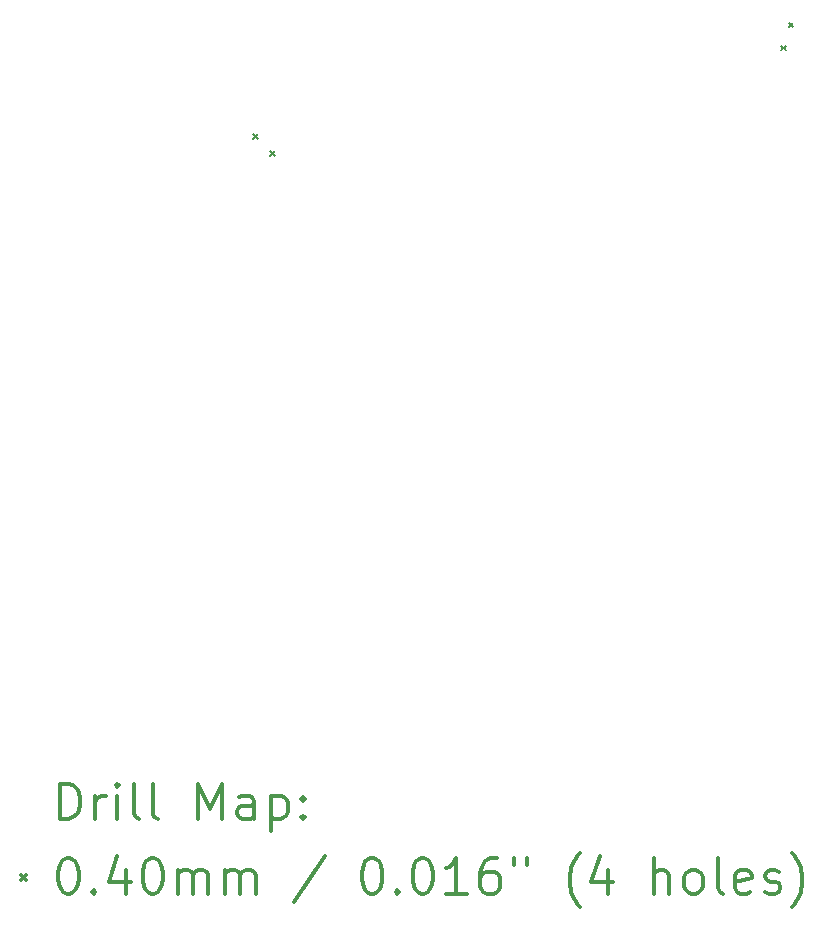
<source format=gbr>
%FSLAX45Y45*%
G04 Gerber Fmt 4.5, Leading zero omitted, Abs format (unit mm)*
G04 Created by KiCad (PCBNEW (5.1.7-0-10_14)) date 2020-10-21 09:08:39*
%MOMM*%
%LPD*%
G01*
G04 APERTURE LIST*
%ADD10C,0.200000*%
%ADD11C,0.300000*%
G04 APERTURE END LIST*
D10*
X11567522Y-9565043D02*
X11607522Y-9605043D01*
X11607522Y-9565043D02*
X11567522Y-9605043D01*
X11712478Y-9710000D02*
X11752478Y-9750000D01*
X11752478Y-9710000D02*
X11712478Y-9750000D01*
X16036629Y-8816916D02*
X16076629Y-8856916D01*
X16076629Y-8816916D02*
X16036629Y-8856916D01*
X16103371Y-8623084D02*
X16143371Y-8663084D01*
X16143371Y-8623084D02*
X16103371Y-8663084D01*
D11*
X9933256Y-15365838D02*
X9933256Y-15065838D01*
X10004685Y-15065838D01*
X10047542Y-15080124D01*
X10076113Y-15108695D01*
X10090399Y-15137267D01*
X10104685Y-15194410D01*
X10104685Y-15237267D01*
X10090399Y-15294410D01*
X10076113Y-15322981D01*
X10047542Y-15351553D01*
X10004685Y-15365838D01*
X9933256Y-15365838D01*
X10233256Y-15365838D02*
X10233256Y-15165838D01*
X10233256Y-15222981D02*
X10247542Y-15194410D01*
X10261828Y-15180124D01*
X10290399Y-15165838D01*
X10318970Y-15165838D01*
X10418970Y-15365838D02*
X10418970Y-15165838D01*
X10418970Y-15065838D02*
X10404685Y-15080124D01*
X10418970Y-15094410D01*
X10433256Y-15080124D01*
X10418970Y-15065838D01*
X10418970Y-15094410D01*
X10604685Y-15365838D02*
X10576113Y-15351553D01*
X10561828Y-15322981D01*
X10561828Y-15065838D01*
X10761828Y-15365838D02*
X10733256Y-15351553D01*
X10718970Y-15322981D01*
X10718970Y-15065838D01*
X11104685Y-15365838D02*
X11104685Y-15065838D01*
X11204685Y-15280124D01*
X11304685Y-15065838D01*
X11304685Y-15365838D01*
X11576113Y-15365838D02*
X11576113Y-15208695D01*
X11561828Y-15180124D01*
X11533256Y-15165838D01*
X11476113Y-15165838D01*
X11447542Y-15180124D01*
X11576113Y-15351553D02*
X11547542Y-15365838D01*
X11476113Y-15365838D01*
X11447542Y-15351553D01*
X11433256Y-15322981D01*
X11433256Y-15294410D01*
X11447542Y-15265838D01*
X11476113Y-15251553D01*
X11547542Y-15251553D01*
X11576113Y-15237267D01*
X11718970Y-15165838D02*
X11718970Y-15465838D01*
X11718970Y-15180124D02*
X11747542Y-15165838D01*
X11804685Y-15165838D01*
X11833256Y-15180124D01*
X11847542Y-15194410D01*
X11861828Y-15222981D01*
X11861828Y-15308695D01*
X11847542Y-15337267D01*
X11833256Y-15351553D01*
X11804685Y-15365838D01*
X11747542Y-15365838D01*
X11718970Y-15351553D01*
X11990399Y-15337267D02*
X12004685Y-15351553D01*
X11990399Y-15365838D01*
X11976113Y-15351553D01*
X11990399Y-15337267D01*
X11990399Y-15365838D01*
X11990399Y-15180124D02*
X12004685Y-15194410D01*
X11990399Y-15208695D01*
X11976113Y-15194410D01*
X11990399Y-15180124D01*
X11990399Y-15208695D01*
X9606828Y-15840124D02*
X9646828Y-15880124D01*
X9646828Y-15840124D02*
X9606828Y-15880124D01*
X9990399Y-15695838D02*
X10018970Y-15695838D01*
X10047542Y-15710124D01*
X10061828Y-15724410D01*
X10076113Y-15752981D01*
X10090399Y-15810124D01*
X10090399Y-15881553D01*
X10076113Y-15938695D01*
X10061828Y-15967267D01*
X10047542Y-15981553D01*
X10018970Y-15995838D01*
X9990399Y-15995838D01*
X9961828Y-15981553D01*
X9947542Y-15967267D01*
X9933256Y-15938695D01*
X9918970Y-15881553D01*
X9918970Y-15810124D01*
X9933256Y-15752981D01*
X9947542Y-15724410D01*
X9961828Y-15710124D01*
X9990399Y-15695838D01*
X10218970Y-15967267D02*
X10233256Y-15981553D01*
X10218970Y-15995838D01*
X10204685Y-15981553D01*
X10218970Y-15967267D01*
X10218970Y-15995838D01*
X10490399Y-15795838D02*
X10490399Y-15995838D01*
X10418970Y-15681553D02*
X10347542Y-15895838D01*
X10533256Y-15895838D01*
X10704685Y-15695838D02*
X10733256Y-15695838D01*
X10761828Y-15710124D01*
X10776113Y-15724410D01*
X10790399Y-15752981D01*
X10804685Y-15810124D01*
X10804685Y-15881553D01*
X10790399Y-15938695D01*
X10776113Y-15967267D01*
X10761828Y-15981553D01*
X10733256Y-15995838D01*
X10704685Y-15995838D01*
X10676113Y-15981553D01*
X10661828Y-15967267D01*
X10647542Y-15938695D01*
X10633256Y-15881553D01*
X10633256Y-15810124D01*
X10647542Y-15752981D01*
X10661828Y-15724410D01*
X10676113Y-15710124D01*
X10704685Y-15695838D01*
X10933256Y-15995838D02*
X10933256Y-15795838D01*
X10933256Y-15824410D02*
X10947542Y-15810124D01*
X10976113Y-15795838D01*
X11018970Y-15795838D01*
X11047542Y-15810124D01*
X11061828Y-15838695D01*
X11061828Y-15995838D01*
X11061828Y-15838695D02*
X11076113Y-15810124D01*
X11104685Y-15795838D01*
X11147542Y-15795838D01*
X11176113Y-15810124D01*
X11190399Y-15838695D01*
X11190399Y-15995838D01*
X11333256Y-15995838D02*
X11333256Y-15795838D01*
X11333256Y-15824410D02*
X11347542Y-15810124D01*
X11376113Y-15795838D01*
X11418970Y-15795838D01*
X11447542Y-15810124D01*
X11461828Y-15838695D01*
X11461828Y-15995838D01*
X11461828Y-15838695D02*
X11476113Y-15810124D01*
X11504685Y-15795838D01*
X11547542Y-15795838D01*
X11576113Y-15810124D01*
X11590399Y-15838695D01*
X11590399Y-15995838D01*
X12176113Y-15681553D02*
X11918970Y-16067267D01*
X12561828Y-15695838D02*
X12590399Y-15695838D01*
X12618970Y-15710124D01*
X12633256Y-15724410D01*
X12647542Y-15752981D01*
X12661828Y-15810124D01*
X12661828Y-15881553D01*
X12647542Y-15938695D01*
X12633256Y-15967267D01*
X12618970Y-15981553D01*
X12590399Y-15995838D01*
X12561828Y-15995838D01*
X12533256Y-15981553D01*
X12518970Y-15967267D01*
X12504685Y-15938695D01*
X12490399Y-15881553D01*
X12490399Y-15810124D01*
X12504685Y-15752981D01*
X12518970Y-15724410D01*
X12533256Y-15710124D01*
X12561828Y-15695838D01*
X12790399Y-15967267D02*
X12804685Y-15981553D01*
X12790399Y-15995838D01*
X12776113Y-15981553D01*
X12790399Y-15967267D01*
X12790399Y-15995838D01*
X12990399Y-15695838D02*
X13018970Y-15695838D01*
X13047542Y-15710124D01*
X13061828Y-15724410D01*
X13076113Y-15752981D01*
X13090399Y-15810124D01*
X13090399Y-15881553D01*
X13076113Y-15938695D01*
X13061828Y-15967267D01*
X13047542Y-15981553D01*
X13018970Y-15995838D01*
X12990399Y-15995838D01*
X12961828Y-15981553D01*
X12947542Y-15967267D01*
X12933256Y-15938695D01*
X12918970Y-15881553D01*
X12918970Y-15810124D01*
X12933256Y-15752981D01*
X12947542Y-15724410D01*
X12961828Y-15710124D01*
X12990399Y-15695838D01*
X13376113Y-15995838D02*
X13204685Y-15995838D01*
X13290399Y-15995838D02*
X13290399Y-15695838D01*
X13261828Y-15738695D01*
X13233256Y-15767267D01*
X13204685Y-15781553D01*
X13633256Y-15695838D02*
X13576113Y-15695838D01*
X13547542Y-15710124D01*
X13533256Y-15724410D01*
X13504685Y-15767267D01*
X13490399Y-15824410D01*
X13490399Y-15938695D01*
X13504685Y-15967267D01*
X13518970Y-15981553D01*
X13547542Y-15995838D01*
X13604685Y-15995838D01*
X13633256Y-15981553D01*
X13647542Y-15967267D01*
X13661828Y-15938695D01*
X13661828Y-15867267D01*
X13647542Y-15838695D01*
X13633256Y-15824410D01*
X13604685Y-15810124D01*
X13547542Y-15810124D01*
X13518970Y-15824410D01*
X13504685Y-15838695D01*
X13490399Y-15867267D01*
X13776113Y-15695838D02*
X13776113Y-15752981D01*
X13890399Y-15695838D02*
X13890399Y-15752981D01*
X14333256Y-16110124D02*
X14318970Y-16095838D01*
X14290399Y-16052981D01*
X14276113Y-16024410D01*
X14261828Y-15981553D01*
X14247542Y-15910124D01*
X14247542Y-15852981D01*
X14261828Y-15781553D01*
X14276113Y-15738695D01*
X14290399Y-15710124D01*
X14318970Y-15667267D01*
X14333256Y-15652981D01*
X14576113Y-15795838D02*
X14576113Y-15995838D01*
X14504685Y-15681553D02*
X14433256Y-15895838D01*
X14618970Y-15895838D01*
X14961828Y-15995838D02*
X14961828Y-15695838D01*
X15090399Y-15995838D02*
X15090399Y-15838695D01*
X15076113Y-15810124D01*
X15047542Y-15795838D01*
X15004685Y-15795838D01*
X14976113Y-15810124D01*
X14961828Y-15824410D01*
X15276113Y-15995838D02*
X15247542Y-15981553D01*
X15233256Y-15967267D01*
X15218970Y-15938695D01*
X15218970Y-15852981D01*
X15233256Y-15824410D01*
X15247542Y-15810124D01*
X15276113Y-15795838D01*
X15318970Y-15795838D01*
X15347542Y-15810124D01*
X15361828Y-15824410D01*
X15376113Y-15852981D01*
X15376113Y-15938695D01*
X15361828Y-15967267D01*
X15347542Y-15981553D01*
X15318970Y-15995838D01*
X15276113Y-15995838D01*
X15547542Y-15995838D02*
X15518970Y-15981553D01*
X15504685Y-15952981D01*
X15504685Y-15695838D01*
X15776113Y-15981553D02*
X15747542Y-15995838D01*
X15690399Y-15995838D01*
X15661828Y-15981553D01*
X15647542Y-15952981D01*
X15647542Y-15838695D01*
X15661828Y-15810124D01*
X15690399Y-15795838D01*
X15747542Y-15795838D01*
X15776113Y-15810124D01*
X15790399Y-15838695D01*
X15790399Y-15867267D01*
X15647542Y-15895838D01*
X15904685Y-15981553D02*
X15933256Y-15995838D01*
X15990399Y-15995838D01*
X16018970Y-15981553D01*
X16033256Y-15952981D01*
X16033256Y-15938695D01*
X16018970Y-15910124D01*
X15990399Y-15895838D01*
X15947542Y-15895838D01*
X15918970Y-15881553D01*
X15904685Y-15852981D01*
X15904685Y-15838695D01*
X15918970Y-15810124D01*
X15947542Y-15795838D01*
X15990399Y-15795838D01*
X16018970Y-15810124D01*
X16133256Y-16110124D02*
X16147542Y-16095838D01*
X16176113Y-16052981D01*
X16190399Y-16024410D01*
X16204685Y-15981553D01*
X16218970Y-15910124D01*
X16218970Y-15852981D01*
X16204685Y-15781553D01*
X16190399Y-15738695D01*
X16176113Y-15710124D01*
X16147542Y-15667267D01*
X16133256Y-15652981D01*
M02*

</source>
